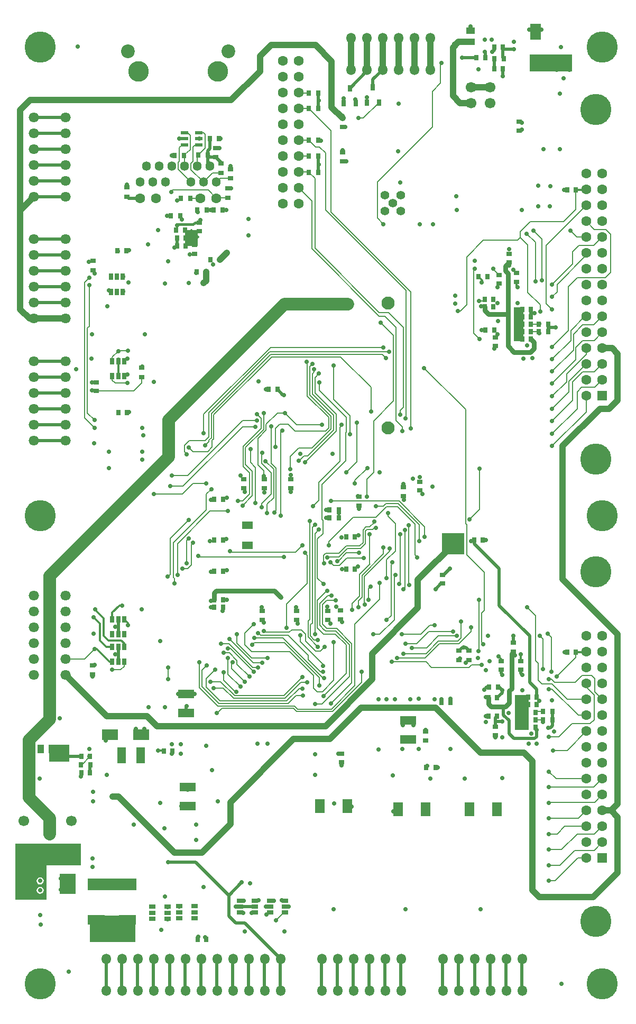
<source format=gbl>
G04 Layer_Physical_Order=4*
G04 Layer_Color=16711680*
%FSLAX44Y44*%
%MOMM*%
G71*
G01*
G75*
%ADD10R,0.8000X0.9000*%
%ADD15R,1.4000X2.6000*%
%ADD30R,0.9000X0.8000*%
%ADD36R,2.6000X1.4000*%
%ADD37R,1.7000X1.2500*%
%ADD40R,1.5000X2.2000*%
%ADD65C,0.2000*%
%ADD66C,1.0000*%
%ADD67C,0.5000*%
%ADD68C,2.0000*%
%ADD69C,0.3000*%
%ADD70C,0.7500*%
%ADD82C,1.7000*%
%ADD83O,1.5000X1.7000*%
%ADD84C,5.0000*%
%ADD85O,1.7000X1.5000*%
%ADD86C,1.6000*%
%ADD87R,1.6000X1.6000*%
%ADD88C,1.4000*%
%ADD89C,2.2000*%
%ADD90C,3.3000*%
%ADD91O,1.4000X1.5000*%
%ADD92C,2.1000*%
%ADD93C,0.7000*%
%ADD94C,0.5000*%
%ADD95R,1.4000X1.1000*%
%ADD96R,1.7000X2.5000*%
%ADD97R,0.6500X1.1000*%
%ADD98R,1.1000X1.4000*%
%ADD99R,2.8000X1.6000*%
%ADD100R,1.1000X0.6500*%
%ADD101R,2.5000X3.3000*%
%ADD102R,2.5000X1.7000*%
%ADD103R,1.2000X0.6000*%
%ADD104C,0.4000*%
%ADD105R,2.1000X2.5000*%
%ADD106R,7.8000X1.9000*%
%ADD107R,7.3000X4.2000*%
%ADD108R,3.3000X2.7000*%
%ADD109R,1.6000X5.5000*%
%ADD110R,2.2000X5.6000*%
%ADD111R,3.6000X3.4000*%
%ADD112R,6.8000X2.8000*%
G36*
X415000Y540000D02*
X360000D01*
Y485000D01*
X310000D01*
Y575000D01*
X415000D01*
Y540000D01*
D02*
G37*
%LPC*%
G36*
X350000Y520608D02*
X347854Y520181D01*
X346035Y518965D01*
X344819Y517146D01*
X344392Y515000D01*
X344819Y512854D01*
X346035Y511035D01*
X347854Y509819D01*
X350000Y509392D01*
X352146Y509819D01*
X353965Y511035D01*
X355181Y512854D01*
X355608Y515000D01*
X355181Y517146D01*
X353965Y518965D01*
X352146Y520181D01*
X350000Y520608D01*
D02*
G37*
G36*
Y505608D02*
X347854Y505181D01*
X346035Y503965D01*
X344819Y502146D01*
X344392Y500000D01*
X344819Y497854D01*
X346035Y496035D01*
X347854Y494819D01*
X350000Y494392D01*
X352146Y494819D01*
X353965Y496035D01*
X355181Y497854D01*
X355608Y500000D01*
X355181Y502146D01*
X353965Y503965D01*
X352146Y505181D01*
X350000Y505608D01*
D02*
G37*
%LPD*%
D10*
X1091000Y1815000D02*
D03*
X1077000D02*
D03*
X1063000Y1833000D02*
D03*
X1049000D02*
D03*
X1077000Y1850000D02*
D03*
X1091000D02*
D03*
X1077380Y1831000D02*
D03*
X1092620D02*
D03*
X643000Y1061000D02*
D03*
X629000D02*
D03*
X643000Y1126000D02*
D03*
X629000D02*
D03*
X840000Y1066000D02*
D03*
X854000D02*
D03*
X840000Y1014000D02*
D03*
X854000D02*
D03*
X716000Y1302000D02*
D03*
X730000D02*
D03*
X475000Y1265000D02*
D03*
X489000D02*
D03*
X474000Y1524000D02*
D03*
X488000D02*
D03*
X1194000Y881000D02*
D03*
X1208000D02*
D03*
X1194000Y1621000D02*
D03*
X1208000D02*
D03*
X1007000Y801000D02*
D03*
X993000D02*
D03*
X643000Y1011000D02*
D03*
X629000D02*
D03*
X602000Y421000D02*
D03*
X616000D02*
D03*
X416000Y688000D02*
D03*
X430000D02*
D03*
X430620Y701000D02*
D03*
X415380D02*
D03*
X416000Y714000D02*
D03*
X430000D02*
D03*
X562000Y723000D02*
D03*
X548000D02*
D03*
X600380Y1490000D02*
D03*
X615620D02*
D03*
X622380Y1509000D02*
D03*
X637620D02*
D03*
X583000Y1531000D02*
D03*
X569000D02*
D03*
X583000Y1544000D02*
D03*
X569000D02*
D03*
X582000Y1557000D02*
D03*
X568000D02*
D03*
X574620Y1580000D02*
D03*
X559380D02*
D03*
X642000Y1589000D02*
D03*
X628000D02*
D03*
X616620Y1589000D02*
D03*
X601380D02*
D03*
X590620Y1608000D02*
D03*
X575380D02*
D03*
X622000Y1703000D02*
D03*
X636000D02*
D03*
X565380Y1676000D02*
D03*
X580620D02*
D03*
X618620Y1677000D02*
D03*
X603380D02*
D03*
X780380Y1776500D02*
D03*
X795620D02*
D03*
X780380Y1751500D02*
D03*
X795620D02*
D03*
Y1700500D02*
D03*
X780380D02*
D03*
Y1675500D02*
D03*
X795620D02*
D03*
X780380Y1649500D02*
D03*
X795620D02*
D03*
X1052000Y1482000D02*
D03*
X1066000D02*
D03*
X1076000Y1446000D02*
D03*
X1062000D02*
D03*
X1076000Y1434000D02*
D03*
X1062000D02*
D03*
X1077000Y1397000D02*
D03*
X1063000D02*
D03*
X1148380Y1394000D02*
D03*
X1163620D02*
D03*
X1148380Y1406000D02*
D03*
X1163620D02*
D03*
X1122000Y1430000D02*
D03*
X1136000D02*
D03*
X1122000Y1418000D02*
D03*
X1136000D02*
D03*
X1122000Y1406000D02*
D03*
X1136000D02*
D03*
X1122000Y1394000D02*
D03*
X1136000D02*
D03*
X1122000Y1382000D02*
D03*
X1136000D02*
D03*
X1059000Y1061000D02*
D03*
X1045000D02*
D03*
X1083000Y825000D02*
D03*
X1069000D02*
D03*
X1082000Y808000D02*
D03*
X1068000D02*
D03*
X1082000Y779000D02*
D03*
X1068000D02*
D03*
X968380Y697000D02*
D03*
X983620D02*
D03*
X1155380Y773000D02*
D03*
X1170620D02*
D03*
X1155380Y786000D02*
D03*
X1170620D02*
D03*
X1131500Y809500D02*
D03*
X1145500D02*
D03*
X1131500Y797500D02*
D03*
X1145500D02*
D03*
X1129000Y785000D02*
D03*
X1143000D02*
D03*
X1129000Y773000D02*
D03*
X1143000D02*
D03*
X1129000Y761000D02*
D03*
X1143000D02*
D03*
X813380Y1096000D02*
D03*
X828620D02*
D03*
Y1109000D02*
D03*
X813380D02*
D03*
X643000Y953000D02*
D03*
X629000D02*
D03*
X643000Y965000D02*
D03*
X629000D02*
D03*
D15*
X480760Y716000D02*
D03*
X511240D02*
D03*
D30*
X834000Y1722000D02*
D03*
Y1736000D02*
D03*
Y1667000D02*
D03*
Y1681000D02*
D03*
X676000Y1144000D02*
D03*
Y1158000D02*
D03*
X751000Y1144000D02*
D03*
Y1158000D02*
D03*
X861000Y1116000D02*
D03*
Y1130000D02*
D03*
X831000Y948000D02*
D03*
Y934000D02*
D03*
X761000Y947000D02*
D03*
Y933000D02*
D03*
X706000Y947000D02*
D03*
Y933000D02*
D03*
X932000Y1131000D02*
D03*
Y1145000D02*
D03*
X958000Y1140000D02*
D03*
Y1154000D02*
D03*
X811000Y947000D02*
D03*
Y933000D02*
D03*
X1117000Y1730000D02*
D03*
Y1716000D02*
D03*
X709000Y1144000D02*
D03*
Y1158000D02*
D03*
X833000Y705000D02*
D03*
Y719000D02*
D03*
X435000Y1507620D02*
D03*
Y1492380D02*
D03*
X489000Y1610380D02*
D03*
Y1625620D02*
D03*
X434000Y846000D02*
D03*
Y860000D02*
D03*
X440000Y1313000D02*
D03*
Y1299000D02*
D03*
X513000Y1321380D02*
D03*
Y1336620D02*
D03*
X597000Y1533000D02*
D03*
Y1519000D02*
D03*
X605000Y1555000D02*
D03*
Y1569000D02*
D03*
X651000Y1608380D02*
D03*
Y1623620D02*
D03*
X655000Y1654000D02*
D03*
Y1640000D02*
D03*
X640000Y1663620D02*
D03*
Y1648380D02*
D03*
X631000Y1688000D02*
D03*
Y1674000D02*
D03*
X1101000Y1519000D02*
D03*
Y1505000D02*
D03*
X1113000Y1474000D02*
D03*
Y1488000D02*
D03*
X1085000Y1471000D02*
D03*
Y1485000D02*
D03*
X1079000Y1385000D02*
D03*
Y1371000D02*
D03*
X994000Y991000D02*
D03*
Y1005000D02*
D03*
X1021000Y883620D02*
D03*
Y868380D02*
D03*
X1037000Y883620D02*
D03*
Y868380D02*
D03*
X1120000Y853000D02*
D03*
Y867000D02*
D03*
X1108000Y896000D02*
D03*
Y882000D02*
D03*
X1088000Y853000D02*
D03*
Y867000D02*
D03*
X1079000Y762000D02*
D03*
Y748000D02*
D03*
X967000Y754000D02*
D03*
Y740000D02*
D03*
D36*
X586000Y665240D02*
D03*
Y634760D02*
D03*
X584000Y783760D02*
D03*
Y814240D02*
D03*
X939000Y772240D02*
D03*
Y741760D02*
D03*
D37*
X681998Y1084000D02*
D03*
Y1052000D02*
D03*
D40*
X798000Y635000D02*
D03*
X842000D02*
D03*
X923000Y630000D02*
D03*
X967000D02*
D03*
X1038000D02*
D03*
X1082000D02*
D03*
D65*
X991000Y1822000D02*
X993000Y1824000D01*
X991000Y1792000D02*
Y1822000D01*
X978000Y1779000D02*
X991000Y1792000D01*
X978000Y1722000D02*
Y1779000D01*
X890000Y1634000D02*
X978000Y1722000D01*
X890000Y1576000D02*
Y1634000D01*
Y1576000D02*
X900000Y1566000D01*
X895000Y1409000D02*
X916000Y1388000D01*
Y1283000D02*
Y1388000D01*
X884000Y1251000D02*
X916000Y1283000D01*
X884000Y1169000D02*
Y1251000D01*
X873000Y1158000D02*
X884000Y1169000D01*
X873000Y1130000D02*
Y1158000D01*
X824000Y1235000D02*
Y1262314D01*
X790000Y1296314D02*
X824000Y1262314D01*
X790000Y1321000D02*
X796000Y1327000D01*
X774000Y1185000D02*
X824000Y1235000D01*
X790000Y1296314D02*
Y1321000D01*
X820000Y1236657D02*
Y1260314D01*
X789000Y1330000D02*
Y1334000D01*
X785757Y1294556D02*
Y1326757D01*
Y1294556D02*
X820000Y1260314D01*
X785757Y1326757D02*
X789000Y1330000D01*
X778672Y1195328D02*
X820000Y1236657D01*
X772521Y1195328D02*
X778672D01*
X765192Y1188000D02*
X772521Y1195328D01*
X764000Y1188000D02*
X765192D01*
X816000Y1238314D02*
Y1258657D01*
X781757Y1292899D02*
X816000Y1258657D01*
X785686Y1208000D02*
X816000Y1238314D01*
X781757Y1338757D02*
X786000Y1343000D01*
X781757Y1292899D02*
Y1338757D01*
X764000Y1208000D02*
X785686D01*
X750500Y1194500D02*
X764000Y1208000D01*
X750500Y1174000D02*
Y1194500D01*
X812000Y1240000D02*
Y1257000D01*
X777757Y1291243D02*
X812000Y1257000D01*
X806985Y1234985D02*
X812000Y1240000D01*
X777000Y1346000D02*
X777757Y1345243D01*
Y1291243D02*
Y1345243D01*
X747000Y1246000D02*
X758015Y1234985D01*
X806985D01*
X727000Y1239000D02*
X734000Y1246000D01*
X747000D01*
X727000Y1210000D02*
Y1239000D01*
X797000Y1300000D02*
X840000Y1257000D01*
X797000Y1300000D02*
Y1313000D01*
X761002Y1244998D02*
X800999D01*
X742000Y1264000D02*
X761002Y1244998D01*
X728000Y1108000D02*
Y1175657D01*
X720000Y1183657D02*
X728000Y1175657D01*
X720000Y1183657D02*
Y1243000D01*
X712000Y1246000D02*
X730000Y1264000D01*
X712000Y1236343D02*
Y1246000D01*
X708000Y1238000D02*
Y1264000D01*
X704000Y1239657D02*
Y1255000D01*
X675000Y1210657D02*
X704000Y1239657D01*
X730000Y1264000D02*
X742000D01*
X699000Y1223343D02*
X712000Y1236343D01*
X699000Y1181000D02*
Y1223343D01*
X697000Y1262000D02*
X704000Y1255000D01*
X831000Y1354000D02*
X880000Y1305000D01*
X618172Y1201828D02*
X625672Y1209328D01*
X720971Y1354000D02*
X831000D01*
X628000Y1261030D02*
X720971Y1354000D01*
X628000Y1222686D02*
Y1261030D01*
X625672Y1220358D02*
X628000Y1222686D01*
X625672Y1209328D02*
Y1220358D01*
X898000Y1358000D02*
X904000Y1352000D01*
X614000Y1212000D02*
X620000Y1218000D01*
X719314Y1358000D02*
X898000D01*
X624000Y1262686D02*
X719314Y1358000D01*
X624000Y1224343D02*
Y1262686D01*
X620000Y1220343D02*
X624000Y1224343D01*
X620000Y1218000D02*
Y1220343D01*
X613828Y1219828D02*
X620000Y1226000D01*
Y1264343D01*
X717657Y1362000D01*
X612000Y1262000D02*
X719000Y1369000D01*
X612000Y1232000D02*
Y1262000D01*
X679000Y1209000D02*
X708000Y1238000D01*
X586000Y1164000D02*
X674000Y1252000D01*
X697000D01*
X579000Y1147000D02*
X674000Y1242000D01*
X695000D01*
X675000Y1178000D02*
Y1210657D01*
X1224600Y825143D02*
Y830800D01*
Y825143D02*
X1237000Y812743D01*
X1143000Y868000D02*
Y940000D01*
X554000Y1002000D02*
X558000Y1006000D01*
Y1063000D01*
X588000Y1093000D01*
X616000Y1134000D02*
X624000Y1142000D01*
X616000Y1109000D02*
Y1134000D01*
X563500Y1056500D02*
X616000Y1109000D01*
X563500Y1000808D02*
Y1056500D01*
X622000Y1107000D02*
X651000D01*
X570000Y1005000D02*
Y1055000D01*
X622000Y1107000D01*
X558000Y1147000D02*
X579000D01*
X561000Y1164000D02*
X586000D01*
X965000Y1336000D02*
X1031500Y1269500D01*
X816000Y1585657D02*
X944000Y1457657D01*
X816000Y1585657D02*
Y1715880D01*
X936000Y1256000D02*
Y1460000D01*
X807000Y1589000D02*
X936000Y1460000D01*
X807000Y1589000D02*
Y1680000D01*
X944000Y1239000D02*
Y1457657D01*
X892657Y1425000D02*
X908000D01*
X790000Y1527657D02*
X892657Y1425000D01*
X790000Y1527657D02*
Y1639880D01*
X893000Y1419000D02*
X902000D01*
X785000Y1527000D02*
X893000Y1419000D01*
X785000Y1527000D02*
Y1603300D01*
X780380Y1751500D02*
X816000Y1715880D01*
X790880Y1690000D02*
X797000D01*
X807000Y1680000D01*
X780380Y1649500D02*
X790000Y1639880D01*
X764000Y1624300D02*
X785000Y1603300D01*
X840000Y1169000D02*
X857000Y1186000D01*
Y1249000D01*
X854000Y1156000D02*
X874000Y1176000D01*
X854000Y1151000D02*
Y1156000D01*
X974000Y924000D02*
X982000D01*
X960000Y910000D02*
X974000Y924000D01*
X929000Y910000D02*
X960000D01*
X894000D02*
X917000Y933000D01*
X883500Y910000D02*
X894000D01*
X619000Y1621000D02*
X632000Y1608000D01*
X632380Y1608380D02*
X651000D01*
X950000Y1037000D02*
Y1086343D01*
X1181000Y746000D02*
X1202000Y767000D01*
X1165000Y746000D02*
X1181000D01*
X1148000Y836000D02*
X1154000Y830000D01*
X1143000Y868000D02*
X1148000Y863000D01*
Y836000D02*
Y863000D01*
X465500Y1353500D02*
X475000Y1363000D01*
X465500Y1347000D02*
Y1353500D01*
X476000Y1364000D02*
X491000D01*
X922343Y1114000D02*
X950000Y1086343D01*
X816000Y1123000D02*
X924657D01*
X966000Y1081657D01*
X957000Y1059000D02*
Y1085000D01*
X923000Y1119000D02*
X957000Y1085000D01*
X904000Y1119000D02*
X923000D01*
X904657Y1114000D02*
X922343D01*
X887657Y1097000D02*
X904657Y1114000D01*
X851000Y1097000D02*
X887657D01*
X812000Y1058000D02*
X851000Y1097000D01*
X812000Y1052000D02*
Y1058000D01*
X888000Y1115000D02*
X900000D01*
X904000Y1119000D01*
X759000Y1041000D02*
X770000Y1052000D01*
X656000Y1041000D02*
X759000D01*
X654000Y1043000D02*
X656000Y1041000D01*
X1154000Y830000D02*
X1170000D01*
X1194600Y805400D01*
X1224600D01*
X1174000Y833000D02*
X1207000D01*
X1169000Y838000D02*
X1174000Y833000D01*
X1165000Y838000D02*
X1169000D01*
X1212000Y780000D02*
X1224600D01*
X1170000Y822000D02*
X1212000Y780000D01*
X1165000Y822000D02*
X1170000D01*
X1207000Y833000D02*
X1218000Y844000D01*
X1044000Y1493000D02*
X1046000Y1495000D01*
X1044000Y1392000D02*
Y1493000D01*
Y1392000D02*
X1054000Y1382000D01*
Y1110000D02*
Y1175000D01*
X1023000Y1427000D02*
X1033000Y1437000D01*
X1115000Y1541000D02*
X1119000Y1545000D01*
X1060000Y1541000D02*
X1115000D01*
X1033000Y1514000D02*
X1060000Y1541000D01*
X1033000Y1437000D02*
Y1514000D01*
X1057000Y897000D02*
Y944000D01*
Y897000D02*
X1060000Y894000D01*
X1143000Y773000D02*
X1155380D01*
X1155000Y786000D02*
X1155500Y786500D01*
X1144000Y786000D02*
X1155000D01*
X1208000Y873000D02*
Y881000D01*
X1177000Y842000D02*
X1208000Y873000D01*
X1218000Y844000D02*
X1233000D01*
X465000Y853000D02*
X479000D01*
X484500Y858500D01*
Y866000D01*
X644000Y836000D02*
X663000Y817000D01*
X633000Y784000D02*
X634000D01*
X641000Y791000D01*
X1208000Y1590000D02*
Y1621000D01*
X1188000Y1570000D02*
X1208000Y1590000D01*
X1135000Y1570000D02*
X1188000D01*
X1119000Y1554000D02*
X1135000Y1570000D01*
X1119000Y1545000D02*
Y1554000D01*
Y1545000D02*
X1131000Y1533000D01*
Y1457000D02*
Y1533000D01*
X692000Y926000D02*
X693000Y927000D01*
X678000Y912000D02*
X692000Y926000D01*
X678000Y893000D02*
Y912000D01*
Y893000D02*
X689000Y882000D01*
X749686D01*
X788000Y843686D01*
Y824000D02*
Y843686D01*
Y824000D02*
X794000Y818000D01*
X802000D01*
X820000Y836000D01*
Y897000D01*
X794000Y920000D02*
X804000Y910000D01*
X822686D01*
X840000Y892686D01*
X798000Y924000D02*
X805000Y917000D01*
X805343D01*
X807343Y915000D01*
X823343D01*
X845000Y893343D01*
Y842000D02*
Y893343D01*
X802000Y926000D02*
X809000Y919000D01*
X825000D01*
X849000Y895000D01*
X840000Y847000D02*
Y892686D01*
X805000Y812000D02*
X840000Y847000D01*
X801000Y798000D02*
X845000Y842000D01*
X849000Y832000D02*
Y895000D01*
X816000Y799000D02*
X849000Y832000D01*
X854000Y926000D02*
X894000Y966000D01*
X854000Y827808D02*
Y926000D01*
X816192Y790000D02*
X854000Y827808D01*
X865000Y833000D02*
Y850000D01*
X818000Y786000D02*
X865000Y833000D01*
X690000Y893000D02*
X693000Y896000D01*
X741343D01*
X708000Y915000D02*
X710000Y913000D01*
X703000Y908000D02*
X746998D01*
X693000Y904000D02*
X739000D01*
X699000Y912000D02*
X703000Y908000D01*
X688657Y872000D02*
X714000D01*
X665000Y895657D02*
X688657Y872000D01*
X665000Y895657D02*
Y910000D01*
X691000Y864000D02*
X706000D01*
X653000Y902000D02*
X691000Y864000D01*
X640000Y895000D02*
X652657D01*
X690657Y857000D01*
X699000D01*
X741343Y896000D02*
X797000Y840343D01*
Y828000D02*
Y840343D01*
X968500Y865500D02*
X977000Y857000D01*
X913500Y865500D02*
X968500D01*
X913000Y866000D02*
X913500Y865500D01*
X977000Y857000D02*
X1037000D01*
X1041000Y861000D01*
X1057000D01*
X591450Y1653650D02*
X611600Y1633500D01*
X591450Y1653650D02*
Y1663542D01*
X594500Y1666592D01*
Y1690000D01*
X598000Y1693500D01*
X604500D01*
X585000Y1680000D02*
X590500Y1685500D01*
Y1708500D01*
X586500Y1712500D02*
X590500Y1708500D01*
X581500Y1712500D02*
X586500D01*
X604500D02*
X611500D01*
X614000Y1710000D01*
Y1687620D02*
Y1710000D01*
X603380Y1677000D02*
X614000Y1687620D01*
X577500Y1693500D02*
X581500D01*
X573000Y1689000D02*
X577500Y1693500D01*
X573000Y1667242D02*
Y1689000D01*
X571150Y1665392D02*
X573000Y1667242D01*
X571150Y1654258D02*
Y1665392D01*
Y1654258D02*
X591300Y1634108D01*
Y1633500D02*
Y1634108D01*
X638400Y1640000D02*
X655000D01*
X631900Y1633500D02*
X638400Y1640000D01*
X611600Y1633500D02*
X626480Y1648380D01*
X640000D01*
X601450Y1658900D02*
Y1675070D01*
X581150Y1658900D02*
Y1675470D01*
X590620Y1608000D02*
X606600D01*
X563000Y1621000D02*
X619000D01*
X560000Y1618000D02*
X563000Y1621000D01*
X880000Y1266000D02*
Y1305000D01*
X1019000Y1427000D02*
X1023000D01*
X1131000Y1457000D02*
X1151000Y1437000D01*
Y1426000D02*
Y1437000D01*
X699000Y1181000D02*
X708500Y1171500D01*
Y1163500D02*
Y1171500D01*
X704500Y1183500D02*
Y1198500D01*
X706000Y1200000D01*
X760343Y786000D02*
X818000D01*
X755343Y791000D02*
X760343Y786000D01*
X641000Y791000D02*
X755343D01*
X643151Y824000D02*
X659651Y807500D01*
X628000Y824000D02*
X643151D01*
X638808Y834000D02*
X661308Y811500D01*
X623000Y834000D02*
X638808D01*
X616000Y839000D02*
X630000Y853000D01*
X616000Y825000D02*
Y839000D01*
X609000Y852000D02*
X617000Y860000D01*
X609000Y826343D02*
Y852000D01*
X565000Y991000D02*
Y999308D01*
X563500Y1000808D02*
X565000Y999308D01*
X532000Y1134000D02*
X578000D01*
X595000Y1151000D02*
X616000D01*
X578000Y1134000D02*
X595000Y1151000D01*
X894000Y966000D02*
Y992000D01*
X762000Y790000D02*
X816192D01*
X757000Y795000D02*
X762000Y790000D01*
X634686Y795000D02*
X757000D01*
X605000Y824686D02*
X634686Y795000D01*
X605000Y824686D02*
Y865000D01*
X592000Y1053000D02*
X595000Y1056000D01*
X592000Y1020808D02*
Y1053000D01*
X586192Y1015000D02*
X592000Y1020808D01*
X578000Y1015000D02*
X586192D01*
X585000Y1060000D02*
X588000Y1063000D01*
X585000Y1023000D02*
Y1060000D01*
X609000Y826343D02*
X636343Y799000D01*
X747000D01*
X760000Y812000D01*
X771000D01*
X616000Y825000D02*
X638000Y803000D01*
X745000D01*
X765000Y823000D01*
X770000D01*
X767000Y898000D02*
X803000Y862000D01*
Y859000D02*
Y862000D01*
X710000Y913000D02*
X749000D01*
X753000Y917000D01*
X768000D01*
X775000Y910000D01*
Y899000D02*
Y910000D01*
Y899000D02*
X791000Y883000D01*
X799000D01*
X806000Y890000D01*
X767000Y898000D02*
Y908000D01*
X922000Y872000D02*
X966657D01*
X989657Y895000D01*
X1020657D01*
X1040000Y914343D01*
Y921000D01*
X932000Y879000D02*
X968000D01*
X988000Y899000D01*
X1019000D01*
X972000Y914000D02*
X1011000D01*
X953000Y895000D02*
X972000Y914000D01*
X988000Y907000D02*
X1017000D01*
X969000Y888000D02*
X988000Y907000D01*
X704500Y1183500D02*
X720000Y1168000D01*
X687000Y1185000D02*
X695000Y1177000D01*
X711000Y1187000D02*
X724000Y1174000D01*
X720000Y1134000D02*
Y1168000D01*
X687000Y1185000D02*
Y1206000D01*
X651000Y887000D02*
X655000D01*
X692000Y850000D01*
X644000Y880000D02*
X653000D01*
X665000Y868000D01*
Y862000D02*
Y868000D01*
Y862000D02*
X685000Y842000D01*
X657000Y855000D02*
Y863000D01*
Y855000D02*
X678000Y834000D01*
X465500Y1316500D02*
Y1323000D01*
Y1316500D02*
X470000Y1312000D01*
X490000D01*
X1136000Y1406000D02*
X1148000D01*
X1053000Y1443000D02*
X1059000D01*
X1076000Y1494000D02*
X1085000Y1485000D01*
X1088000Y867000D02*
Y870500D01*
X417000Y701000D02*
X430000Y714000D01*
X429000Y1403000D02*
Y1469000D01*
X425850Y1399850D02*
X429000Y1403000D01*
X425850Y1264150D02*
Y1399850D01*
Y1264150D02*
X437000Y1253000D01*
X421000Y1473000D02*
X429000Y1481000D01*
X421000Y1256000D02*
Y1473000D01*
Y1256000D02*
X437000Y1240000D01*
X440000Y1299000D02*
X500000D01*
X513000Y1312000D01*
Y1321380D01*
X1211400Y551400D02*
X1224600D01*
X1175000Y515000D02*
X1211400Y551400D01*
X1165000Y515000D02*
X1175000D01*
X1237200Y564000D02*
X1250000Y576800D01*
X1206000Y564000D02*
X1237200D01*
X1182000Y540000D02*
X1206000Y564000D01*
X1165000Y540000D02*
X1182000D01*
X1237800Y590000D02*
X1250000Y602200D01*
X1210000Y590000D02*
X1237800D01*
X1185000Y565000D02*
X1210000Y590000D01*
X1165000Y565000D02*
X1185000D01*
X1190200Y602200D02*
X1224600D01*
X1178000Y590000D02*
X1190200Y602200D01*
X1165000Y590000D02*
X1178000D01*
X1212000Y615000D02*
X1224600Y627600D01*
X1165000Y615000D02*
X1212000D01*
X1238000Y641000D02*
X1250000Y653000D01*
X1166000Y641000D02*
X1238000D01*
X1236600Y665000D02*
X1250000Y678400D01*
X1165000Y665000D02*
X1236600D01*
X1176600Y678400D02*
X1224600D01*
X1165000Y690000D02*
X1176600Y678400D01*
X876000Y965000D02*
Y983000D01*
X879000Y986000D01*
X783000Y907000D02*
Y925000D01*
X786000Y928000D01*
Y1081000D02*
X790000Y1085000D01*
X786000Y928000D02*
Y1059686D01*
Y1066314D02*
Y1081000D01*
X790000Y910000D02*
Y1061343D01*
X786000Y1059686D02*
X786000Y1059686D01*
X786000Y1059686D02*
Y1066314D01*
X786000Y1066314D01*
X790000Y1061343D02*
X790000Y1061343D01*
X790000Y1061343D02*
Y1064657D01*
X790000Y1064657D01*
Y1071000D01*
X796500Y1077500D01*
X779000Y931000D02*
X782000Y934000D01*
Y1091000D01*
X782000Y1091000D02*
X782000Y1091000D01*
X779000Y905343D02*
Y931000D01*
X789000Y901000D02*
X795000D01*
X783000Y907000D02*
X789000Y901000D01*
X774000Y1040000D02*
X778000Y1036000D01*
Y991000D02*
Y1036000D01*
X745000Y958000D02*
X778000Y991000D01*
X745000Y920000D02*
Y958000D01*
X827657Y1027000D02*
X840657Y1040000D01*
X861000D01*
X815000Y1025000D02*
X819904Y1020096D01*
X829096D01*
X841000Y1032000D01*
X868000D01*
X905000Y1000000D02*
Y1029000D01*
X919000Y1043000D01*
Y1087000D01*
X695000Y1120000D02*
Y1177000D01*
X724000Y1128808D02*
Y1174000D01*
X713000Y1104000D02*
Y1117808D01*
X724000Y1128808D01*
X705000Y1119000D02*
X720000Y1134000D01*
X705000Y1113000D02*
Y1119000D01*
X861500Y1005814D02*
X878000Y1022314D01*
X861500Y970657D02*
Y1005814D01*
X850000Y959157D02*
X861500Y970657D01*
X850000Y949000D02*
Y959157D01*
X905000Y933000D02*
X912000Y940000D01*
Y1022000D01*
X925000Y990000D02*
X927000Y992000D01*
Y1070000D01*
X932000Y982000D02*
X934000Y984000D01*
Y1077000D01*
X940000Y1084000D02*
X940500Y1083500D01*
Y989500D02*
X941000Y989000D01*
X940500Y989500D02*
Y1083500D01*
X794000Y920000D02*
Y964000D01*
X809000Y979000D01*
X810000D01*
X798000Y924000D02*
Y959000D01*
X811000Y972000D01*
X817000D01*
X802000Y926000D02*
Y957000D01*
X809000Y964000D01*
X823000D01*
X790000Y798000D02*
X801000D01*
X863000Y1047000D02*
X871000Y1055000D01*
X842000Y1047000D02*
X863000D01*
X828500Y1033500D02*
X842000Y1047000D01*
X809999Y1032999D02*
X810500Y1033500D01*
X828500D01*
X803499Y1024501D02*
X805000Y1023000D01*
X803499Y1024501D02*
Y1035691D01*
X807307Y1039499D01*
X828842D01*
X840343Y1051000D01*
X861343D01*
X867000Y1056657D01*
X779000Y905343D02*
X794343Y890000D01*
X1171000Y724000D02*
X1194000D01*
X1224600Y754600D01*
X1233000Y844000D02*
X1238000Y839000D01*
Y817400D02*
Y839000D01*
Y817400D02*
X1250000Y805400D01*
X1202000Y767000D02*
X1231000D01*
X1237000Y773000D01*
Y812743D01*
X907000Y1099000D02*
Y1104000D01*
Y1099000D02*
X919000Y1087000D01*
X871843Y1081500D02*
X877843D01*
X871000Y1075000D02*
X873500Y1077500D01*
X867000Y1076657D02*
X871843Y1081500D01*
X867000Y1056657D02*
Y1076657D01*
X871000Y1055000D02*
Y1075000D01*
X877500Y1022814D02*
X878000Y1022314D01*
X877500Y1022814D02*
Y1069772D01*
X885000Y1088657D02*
Y1090000D01*
X877843Y1081500D02*
X885000Y1088657D01*
X873500Y1077500D02*
X882500D01*
X885000Y1080000D01*
X888000D01*
X794000Y1000000D02*
X804000Y990000D01*
X794000Y1000000D02*
Y1062000D01*
X803000Y1071000D01*
Y1091808D01*
X801500Y1093308D02*
X803000Y1091808D01*
X801500Y1093308D02*
Y1149500D01*
X603000Y1035000D02*
X604500Y1033500D01*
X740000D01*
X725000Y1105000D02*
X728000Y1108000D01*
X674000Y1116000D02*
X690000Y1132000D01*
Y1171000D01*
X679000Y1182000D02*
X690000Y1171000D01*
X679000Y1182000D02*
Y1209000D01*
X667000Y1123000D02*
X674000D01*
X685000Y1134000D01*
Y1168000D01*
X675000Y1178000D02*
X685000Y1168000D01*
X846000Y1230000D02*
Y1260000D01*
X820000Y1286000D02*
X846000Y1260000D01*
X820000Y1286000D02*
Y1340000D01*
X735000Y1100000D02*
Y1233000D01*
X738000Y1236000D01*
X917000Y1003000D02*
X919000Y1005000D01*
X917000Y933000D02*
Y1003000D01*
X805000Y809000D02*
Y812000D01*
X804000Y811000D02*
X805000Y812000D01*
X787000Y1115000D02*
X796000Y1124000D01*
Y1153000D01*
X830000Y1187000D01*
X801500Y1149500D02*
X839500Y1187500D01*
Y1233192D01*
X840000Y1233692D01*
Y1257000D01*
X830000Y1187000D02*
Y1241000D01*
X834000Y1245000D01*
X869500Y957500D02*
Y1002500D01*
Y957500D02*
X870000Y957000D01*
X869500Y1002500D02*
X910000Y1043000D01*
Y1047000D01*
X860000Y953000D02*
Y963500D01*
X865500Y969000D01*
Y1004157D02*
X900000Y1038657D01*
X865500Y969000D02*
Y1004157D01*
X900000Y1038657D02*
Y1049000D01*
X930000Y1235000D02*
Y1242000D01*
X932000Y1273000D02*
Y1401000D01*
X920000Y1252000D02*
X930000Y1242000D01*
X926999Y1260998D02*
Y1267999D01*
X932000Y1273000D01*
X935000Y1255000D02*
X936000Y1256000D01*
X764200Y1751500D02*
X780380D01*
X764000Y1751300D02*
X769700D01*
X764000Y1700500D02*
X780380D01*
X764000Y1649700D02*
X780180D01*
X780380Y1700500D02*
X790880Y1690000D01*
X764400Y1675500D02*
X780380D01*
X764200Y1776500D02*
X780380D01*
X390400Y870400D02*
X421400D01*
X437000Y886000D01*
X1155000Y854000D02*
Y902000D01*
X1150000Y907000D02*
X1155000Y902000D01*
X1169000Y850000D02*
Y905000D01*
X1163000Y911000D02*
X1169000Y905000D01*
X935000Y895000D02*
X953000D01*
X945000Y888000D02*
X969000D01*
X803000Y840000D02*
X805000D01*
X739000Y904000D02*
X803000Y840000D01*
X798657Y850000D02*
X803000D01*
X778999Y869658D02*
X798657Y850000D01*
X778999Y869658D02*
Y875999D01*
X746998Y908000D02*
X778999Y875999D01*
X651000Y846000D02*
X671000Y826000D01*
X651000Y846000D02*
Y872000D01*
X644000Y836000D02*
Y849000D01*
X661308Y811500D02*
X740500D01*
X770000Y841000D01*
X659651Y807500D02*
X742157D01*
X767657Y833000D01*
X778000D01*
X1170000Y1211034D02*
X1224600Y1265634D01*
Y1291400D01*
X1170000Y1231000D02*
X1210000Y1271000D01*
Y1298000D01*
X1217000Y1305000D01*
X1238200D01*
X1250000Y1316800D01*
X1170000Y1251000D02*
X1203000Y1284000D01*
Y1314000D01*
X1219000Y1330000D01*
X1237800D01*
X1250000Y1342200D01*
X1170000Y1271000D02*
X1197000Y1298000D01*
Y1314600D01*
X1224600Y1342200D01*
X1170000Y1291000D02*
X1193000Y1314000D01*
Y1326156D01*
X1224600Y1357756D01*
Y1367600D01*
X1170000Y1311000D02*
X1208000Y1349000D01*
Y1369000D01*
X1219000Y1380000D01*
X1237000D01*
X1250000Y1393000D01*
X1170000Y1330500D02*
X1204000Y1364500D01*
Y1390000D01*
X1219000Y1405000D01*
X1236600D01*
X1250000Y1418400D01*
X1170000Y1350000D02*
X1200000Y1380000D01*
Y1396000D01*
X1222400Y1418400D01*
X1224600D01*
X1143000Y1475000D02*
Y1537000D01*
X1129000Y1551000D02*
X1143000Y1537000D01*
X1154000Y1476000D02*
Y1542000D01*
X1140000Y1556000D02*
X1154000Y1542000D01*
X740500Y464500D02*
X742000D01*
X728000Y452000D02*
X740500Y464500D01*
X1170000Y1470000D02*
X1203000Y1503000D01*
Y1522000D01*
X1213000Y1532000D01*
X1236600D01*
X1250000Y1545400D01*
X1170000Y1450000D02*
X1178000Y1458000D01*
Y1470000D01*
X1224600Y1516600D01*
Y1520000D01*
X1160500Y1439500D02*
Y1532100D01*
X1224600Y1596200D01*
X1160500Y1439500D02*
X1170000Y1430000D01*
Y1370000D02*
X1196000Y1396000D01*
Y1466000D01*
X1210200Y1480200D01*
X1255200D01*
X1264000Y1489000D01*
Y1550000D01*
X1256000Y1558000D02*
X1264000Y1550000D01*
X1237400Y1558000D02*
X1256000D01*
X1224600Y1570800D02*
X1237400Y1558000D01*
X1136000Y1394000D02*
X1149000D01*
X555000Y838000D02*
Y857000D01*
X588000Y1209000D02*
X595172Y1201828D01*
X618172D01*
X908000Y1425000D02*
X932000Y1401000D01*
X920000Y1252000D02*
Y1401000D01*
X902000Y1419000D02*
X920000Y1401000D01*
X581000Y1202000D02*
X585000Y1198000D01*
X581000Y1202000D02*
Y1212000D01*
X588828Y1219828D01*
X613828D01*
X717657Y1362000D02*
X909000D01*
X719000Y1369000D02*
X900000D01*
X1209600Y1545400D02*
X1224600D01*
X1199000Y1556000D02*
X1209600Y1545400D01*
X1051000Y884000D02*
X1052000Y883000D01*
X1051000Y884000D02*
X1053000Y886000D01*
Y965000D01*
X1024000Y904000D02*
Y930000D01*
X1019000Y899000D02*
X1024000Y904000D01*
X1038000Y1094000D02*
X1054000Y1110000D01*
X1130000Y953000D02*
X1143000Y940000D01*
X950000Y1037000D02*
X954000Y1033000D01*
X966000Y1066000D02*
Y1081657D01*
X1057000Y944000D02*
X1061000Y948000D01*
Y1009000D01*
X1033000Y1037000D02*
X1061000Y1009000D01*
X1033000Y1037000D02*
Y1085500D01*
X1031500Y1087000D02*
X1033000Y1085500D01*
X1031500Y1087000D02*
Y1269500D01*
X860000Y1736000D02*
X867500D01*
X892500Y1761000D01*
D66*
X1022700Y1760300D02*
X1040000D01*
X1011000Y1772000D02*
X1022700Y1760300D01*
X1011000Y1772000D02*
Y1849000D01*
X1020000Y1858000D01*
X1027000D01*
X1275000Y1284000D02*
Y1359000D01*
Y638000D02*
Y910000D01*
X612000Y1472000D02*
X615620Y1475620D01*
Y1490000D01*
X637620Y1509000D02*
X648620Y1520000D01*
X955000Y952000D02*
Y997000D01*
X882000Y838000D02*
Y879000D01*
X807000Y763000D02*
X882000Y838000D01*
X537000Y763000D02*
X807000D01*
X864000Y792000D02*
X983600D01*
X814000Y742000D02*
X864000Y792000D01*
X756000Y742000D02*
X814000D01*
X882000Y879000D02*
X955000Y952000D01*
X318000Y1588400D02*
X339600Y1610000D01*
X318000Y1430000D02*
Y1588400D01*
Y1430000D02*
X333000Y1415000D01*
X339600D01*
X521000Y779000D02*
X537000Y763000D01*
X456400Y779000D02*
X521000D01*
X390400Y845000D02*
X456400Y779000D01*
X466000Y650000D02*
X475000D01*
X565000Y560000D01*
X609000D01*
X655000Y606000D01*
Y641000D01*
X756000Y742000D01*
X983600Y792000D02*
X1055601Y720000D01*
X1125000D01*
X1138000Y707000D01*
Y500000D02*
Y707000D01*
Y500000D02*
X1149000Y489000D01*
X1236000D01*
X1275000Y528000D01*
Y617200D01*
X1264600Y627600D02*
X1275000Y617200D01*
X1250000Y1367600D02*
X1266400D01*
X1275000Y1359000D01*
X1264600Y627600D02*
X1275000Y638000D01*
X1250000Y627600D02*
X1264600D01*
X339600Y1415000D02*
X390400D01*
X955000Y997000D02*
X1017000Y1059000D01*
X1246500Y1270500D02*
X1261500D01*
X1275000Y1284000D01*
X1187000Y998000D02*
X1275000Y910000D01*
X1187000Y998000D02*
Y1211000D01*
X1246500Y1270500D01*
X1027000Y1858000D02*
X1038890D01*
X848000Y1813600D02*
Y1864400D01*
X873400Y1813600D02*
Y1864400D01*
X898800Y1813600D02*
Y1864400D01*
X924200Y1813600D02*
Y1864400D01*
X949600Y1813600D02*
Y1864400D01*
X975000Y1813600D02*
Y1864400D01*
X1040000Y1785700D02*
X1071000D01*
X318000Y1588400D02*
Y1749000D01*
X334000Y1765000D01*
X656000D01*
X702000Y1811000D01*
Y1835000D01*
X720000Y1853000D01*
X791000D01*
X817000Y1827000D01*
Y1753000D02*
Y1827000D01*
Y1753000D02*
X834000Y1736000D01*
D67*
X1134000Y833000D02*
Y907000D01*
Y833000D02*
X1145500Y821500D01*
Y809500D02*
Y821500D01*
X569000Y1531000D02*
Y1544000D01*
X569000Y1531000D02*
X569000Y1531000D01*
X1031620Y889000D02*
X1037000Y883620D01*
X1028000Y889000D02*
X1031620D01*
X1026380D02*
X1028000D01*
X1021000Y883620D02*
X1026380Y889000D01*
X584000Y794000D02*
X585000Y795000D01*
X584000Y783760D02*
Y794000D01*
X1164000Y760000D02*
X1167000D01*
X1170380Y763380D01*
X1170620D01*
X555000Y545000D02*
X599000D01*
X554000D02*
X555000D01*
X599000D02*
X652000Y492000D01*
X1095000Y793314D02*
Y794000D01*
X1092000Y790314D02*
X1095000Y793314D01*
X1092000Y780686D02*
Y790314D01*
Y780686D02*
X1101000Y771686D01*
Y751000D02*
Y771686D01*
Y751000D02*
X1109000Y743000D01*
X1142000D01*
X1145000Y746000D01*
Y757000D01*
X1079000Y770000D02*
Y776000D01*
Y762000D02*
Y770000D01*
X1090000D01*
X1079000Y776000D02*
X1082000Y779000D01*
X339600Y1220000D02*
X390000D01*
X339200D02*
X339600D01*
X1164000Y1401000D02*
X1176380D01*
X1163620Y1394000D02*
Y1401000D01*
X1170620Y773000D02*
Y786000D01*
Y763380D02*
Y773000D01*
X1061000Y821000D02*
X1065000Y825000D01*
X1069000D01*
X1090000Y816000D02*
Y820000D01*
X1082000Y808000D02*
X1090000Y816000D01*
X1085000Y825000D02*
X1090000Y820000D01*
X1083000Y825000D02*
X1085000D01*
X1120000Y847500D02*
X1122500Y845000D01*
X1120000Y847500D02*
Y853000D01*
X1088000Y847000D02*
X1090000Y845000D01*
X1088000Y847000D02*
Y853000D01*
X1108000Y896000D02*
Y907000D01*
X734600Y339800D02*
Y390600D01*
X652000Y492000D02*
X673000Y513000D01*
X652000Y459000D02*
Y492000D01*
Y459000D02*
X663000Y448000D01*
X677400D01*
X735000Y390400D01*
X1136000Y1418000D02*
Y1430000D01*
X1121600Y339800D02*
Y390600D01*
X1096200Y339800D02*
Y390600D01*
X1070800Y339800D02*
Y390600D01*
X1045800Y339600D02*
Y390400D01*
X1020000Y339800D02*
Y390600D01*
X994600Y339800D02*
Y390600D01*
X927600Y339800D02*
Y390600D01*
X902200Y339800D02*
Y390600D01*
X876800Y339800D02*
Y390600D01*
X851400Y339800D02*
Y390600D01*
X826000Y339800D02*
Y390600D01*
X800600Y337200D02*
Y388000D01*
X709200Y339800D02*
Y390600D01*
X683800Y339800D02*
Y390600D01*
X658400Y339800D02*
Y390600D01*
X633000Y339800D02*
Y390600D01*
X607600Y339800D02*
Y390600D01*
X582200Y339800D02*
Y390600D01*
X557200Y339600D02*
Y390400D01*
X531400Y339800D02*
Y390600D01*
X506000Y339800D02*
Y390600D01*
X480600Y339800D02*
Y390600D01*
X455600Y339200D02*
Y390000D01*
X339200Y1245400D02*
X390000D01*
X339200Y1270800D02*
X390000D01*
X339200Y1296200D02*
X390000D01*
X339200Y1321600D02*
X390000D01*
X339200Y1347000D02*
X390000D01*
X622310Y1589000D02*
X628000D01*
X616620D02*
X622310D01*
X622000Y1687000D02*
Y1703000D01*
X618620Y1683620D02*
X622000Y1687000D01*
X618620Y1677000D02*
Y1683620D01*
Y1677000D02*
X621620Y1674000D01*
X631000D01*
X640000Y1665000D01*
Y1663620D02*
Y1665000D01*
X618620Y1662030D02*
Y1677000D01*
Y1662030D02*
X621750Y1658900D01*
X491380Y1608000D02*
X510000D01*
X396000Y714000D02*
X416000D01*
X430000Y688000D02*
Y700380D01*
X475000Y866000D02*
Y890000D01*
Y910000D02*
Y934000D01*
X730000Y1302000D02*
X739000Y1293000D01*
X795620Y1649500D02*
Y1675500D01*
Y1751500D02*
Y1776500D01*
X992000Y991000D02*
X994000D01*
X983000Y982000D02*
X992000Y991000D01*
X994000Y1005000D02*
X996000D01*
X1006000Y1015000D01*
X670000Y474000D02*
X694000D01*
X339600Y1737000D02*
X390400D01*
X339600Y1711600D02*
X390400D01*
X339600Y1686200D02*
X390400D01*
X339600Y1660800D02*
X390400D01*
X339600Y1635400D02*
X390400D01*
X339600Y1610000D02*
X390400D01*
X339600Y1542000D02*
X390400D01*
X339600Y1516600D02*
X390400D01*
X339600Y1491200D02*
X390400D01*
X339600Y1465800D02*
X390400D01*
X339600Y1440400D02*
X390400D01*
X1085000Y956000D02*
X1134000Y907000D01*
X1085000Y956000D02*
Y1015000D01*
X1045000Y1055000D02*
X1085000Y1015000D01*
X1045000Y1055000D02*
Y1061000D01*
X1077000Y1815000D02*
Y1830620D01*
X1092000Y1846000D02*
X1109000D01*
X1091000Y1832620D02*
Y1850000D01*
X1091000Y1805000D02*
Y1815000D01*
X1026000Y1833000D02*
X1049000D01*
X1063000Y1833000D02*
Y1841000D01*
X1062000Y1842000D02*
X1063000Y1841000D01*
X1077000Y1845000D02*
Y1850000D01*
X1074000Y1842000D02*
X1077000Y1845000D01*
X846000Y1784000D02*
X873400Y1811400D01*
X883000Y1785000D02*
Y1797800D01*
X898800Y1813600D01*
D68*
X332000Y648000D02*
X365000Y615000D01*
X332000Y648000D02*
Y741000D01*
X365000Y774000D01*
Y1003000D01*
X741000Y1438000D02*
X843000D01*
X556000Y1253000D02*
X741000Y1438000D01*
X556000Y1194000D02*
Y1253000D01*
X365000Y1003000D02*
X556000Y1194000D01*
X365000Y590000D02*
Y615000D01*
D69*
X569000Y1564000D02*
X571000Y1566000D01*
X1113000Y1467000D02*
Y1474000D01*
X475000Y1347000D02*
Y1349000D01*
Y1323000D02*
Y1347000D01*
X1084000Y874500D02*
X1088000Y870500D01*
X1120000Y867000D02*
X1120000Y867000D01*
Y878000D01*
X1052000Y1482000D02*
X1058000Y1476000D01*
X1057000Y1475000D02*
X1058000Y1476000D01*
X1057000Y1473000D02*
Y1475000D01*
X1208000Y881000D02*
X1224000D01*
X1208000Y1621000D02*
X1224000D01*
X538500Y723500D02*
X547500D01*
X465500Y934000D02*
Y944500D01*
X477000Y956000D01*
X481000D01*
X484500Y934000D02*
X491000Y927500D01*
Y924000D02*
Y927500D01*
X484500Y890000D02*
Y895500D01*
X480000Y900000D02*
X484500Y895500D01*
X459000Y900000D02*
X480000D01*
X452000Y907000D02*
X459000Y900000D01*
X452000Y907000D02*
Y935000D01*
X437000Y950000D02*
X452000Y935000D01*
X456000Y890000D02*
X465500D01*
X446000Y900000D02*
X456000Y890000D01*
X446000Y900000D02*
Y927000D01*
X436000Y937000D02*
X446000Y927000D01*
X461000Y866000D02*
X465500D01*
X441000Y886000D02*
X461000Y866000D01*
X437000Y886000D02*
X441000D01*
D70*
X1095000Y794000D02*
X1101000Y800000D01*
X1072000Y794000D02*
X1095000D01*
X1068000Y798000D02*
X1072000Y794000D01*
X1068000Y798000D02*
Y808000D01*
X1105000Y879000D02*
X1108000Y882000D01*
X1105000Y823000D02*
Y879000D01*
X1101000Y800000D02*
Y819000D01*
X1105000Y823000D01*
X725000Y979000D02*
X735000Y969000D01*
X632000Y979000D02*
X725000D01*
X629000Y976000D02*
X632000Y979000D01*
X629000Y965000D02*
Y976000D01*
X1136000Y1382000D02*
X1141000Y1377000D01*
Y1367000D02*
Y1377000D01*
X1135000Y1361000D02*
X1141000Y1367000D01*
X1109000Y1361000D02*
X1135000D01*
X1099000Y1371000D02*
X1109000Y1361000D01*
X1099000Y1371000D02*
Y1422000D01*
X1095000Y1499000D02*
X1101000Y1505000D01*
X1095000Y1491632D02*
Y1499000D01*
Y1491632D02*
X1099000Y1487632D01*
Y1422000D02*
Y1487632D01*
X1068000Y1422000D02*
X1099000D01*
X1062000Y1428000D02*
X1068000Y1422000D01*
X1062000Y1428000D02*
Y1434000D01*
D82*
X1071000Y1785700D02*
D03*
Y1760300D02*
D03*
X1040000Y1785700D02*
D03*
Y1760300D02*
D03*
X400400Y560000D02*
D03*
Y610800D02*
D03*
X324200Y560000D02*
D03*
Y610800D02*
D03*
D83*
X898800Y1864400D02*
D03*
X924200D02*
D03*
X949600D02*
D03*
X975000D02*
D03*
Y1813600D02*
D03*
X949600D02*
D03*
X924200D02*
D03*
X898800D02*
D03*
X873400Y1864400D02*
D03*
X848000D02*
D03*
X873400Y1813600D02*
D03*
X848000D02*
D03*
X1071200Y339600D02*
D03*
X1045800D02*
D03*
X1020400D02*
D03*
X995000D02*
D03*
Y390400D02*
D03*
X1020400D02*
D03*
X1045800D02*
D03*
X1071200D02*
D03*
X1096600Y339600D02*
D03*
X1122000D02*
D03*
X1096600Y390400D02*
D03*
X1122000D02*
D03*
X877200Y339600D02*
D03*
X851800D02*
D03*
X826400D02*
D03*
X801000D02*
D03*
Y390400D02*
D03*
X826400D02*
D03*
X851800D02*
D03*
X877200D02*
D03*
X902600Y339600D02*
D03*
X928000D02*
D03*
X902600Y390400D02*
D03*
X928000D02*
D03*
X735000D02*
D03*
X709600D02*
D03*
X735000Y339600D02*
D03*
X709600D02*
D03*
X684200Y390400D02*
D03*
X658800D02*
D03*
X633400D02*
D03*
X608000D02*
D03*
X582600D02*
D03*
X557200D02*
D03*
X531800D02*
D03*
X506400D02*
D03*
X481000D02*
D03*
X455600D02*
D03*
Y339600D02*
D03*
X481000D02*
D03*
X506400D02*
D03*
X531800D02*
D03*
X557200D02*
D03*
X582600D02*
D03*
X608000D02*
D03*
X633400D02*
D03*
X658800D02*
D03*
X684200D02*
D03*
D84*
X350000Y1100000D02*
D03*
X1250000D02*
D03*
X1240000Y1190000D02*
D03*
X350000Y1850000D02*
D03*
Y350000D02*
D03*
X1250000Y1850000D02*
D03*
X1240000Y1750000D02*
D03*
Y1010000D02*
D03*
Y450000D02*
D03*
X1250000Y350000D02*
D03*
D85*
X339600Y895800D02*
D03*
Y921200D02*
D03*
Y946600D02*
D03*
Y972000D02*
D03*
X390400D02*
D03*
Y946600D02*
D03*
Y921200D02*
D03*
Y895800D02*
D03*
X339600Y870400D02*
D03*
Y845000D02*
D03*
X390400Y870400D02*
D03*
Y845000D02*
D03*
X339600Y1660800D02*
D03*
Y1686200D02*
D03*
Y1711600D02*
D03*
Y1737000D02*
D03*
X390400D02*
D03*
Y1711600D02*
D03*
Y1686200D02*
D03*
Y1660800D02*
D03*
X339600Y1635400D02*
D03*
Y1610000D02*
D03*
X390400Y1635400D02*
D03*
Y1610000D02*
D03*
X339600Y1270800D02*
D03*
Y1296200D02*
D03*
Y1321600D02*
D03*
Y1347000D02*
D03*
X390400D02*
D03*
Y1321600D02*
D03*
Y1296200D02*
D03*
Y1270800D02*
D03*
X339600Y1245400D02*
D03*
Y1220000D02*
D03*
X390400Y1245400D02*
D03*
Y1220000D02*
D03*
X339600Y1465800D02*
D03*
Y1491200D02*
D03*
Y1516600D02*
D03*
Y1542000D02*
D03*
X390400D02*
D03*
Y1516600D02*
D03*
Y1491200D02*
D03*
Y1465800D02*
D03*
X339600Y1440400D02*
D03*
Y1415000D02*
D03*
X390400Y1440400D02*
D03*
Y1415000D02*
D03*
D86*
X1224600Y703800D02*
D03*
Y754600D02*
D03*
Y729200D02*
D03*
Y780000D02*
D03*
Y678400D02*
D03*
Y653000D02*
D03*
Y627600D02*
D03*
Y602200D02*
D03*
Y576800D02*
D03*
Y551400D02*
D03*
X1250000Y576800D02*
D03*
Y602200D02*
D03*
Y627600D02*
D03*
Y653000D02*
D03*
Y678400D02*
D03*
Y703800D02*
D03*
Y729200D02*
D03*
Y754600D02*
D03*
Y780000D02*
D03*
Y907000D02*
D03*
Y881600D02*
D03*
Y856200D02*
D03*
Y830800D02*
D03*
Y805400D02*
D03*
X1224600D02*
D03*
Y830800D02*
D03*
Y856200D02*
D03*
Y881600D02*
D03*
Y907000D02*
D03*
Y1443800D02*
D03*
Y1494600D02*
D03*
Y1469200D02*
D03*
Y1520000D02*
D03*
Y1418400D02*
D03*
Y1393000D02*
D03*
Y1367600D02*
D03*
Y1342200D02*
D03*
Y1316800D02*
D03*
Y1291400D02*
D03*
X1250000Y1316800D02*
D03*
Y1342200D02*
D03*
Y1367600D02*
D03*
Y1393000D02*
D03*
Y1418400D02*
D03*
Y1443800D02*
D03*
Y1469200D02*
D03*
Y1494600D02*
D03*
Y1520000D02*
D03*
Y1647000D02*
D03*
Y1621600D02*
D03*
Y1596200D02*
D03*
Y1570800D02*
D03*
Y1545400D02*
D03*
X1224600D02*
D03*
Y1570800D02*
D03*
Y1596200D02*
D03*
Y1621600D02*
D03*
Y1647000D02*
D03*
X632000Y1608000D02*
D03*
X606600D02*
D03*
X510000D02*
D03*
X535400D02*
D03*
X764000Y1827500D02*
D03*
Y1802100D02*
D03*
Y1776700D02*
D03*
Y1751300D02*
D03*
Y1725900D02*
D03*
Y1700500D02*
D03*
Y1675100D02*
D03*
Y1649700D02*
D03*
Y1624300D02*
D03*
Y1598900D02*
D03*
X738600D02*
D03*
Y1624300D02*
D03*
Y1649700D02*
D03*
Y1675100D02*
D03*
Y1700500D02*
D03*
Y1725900D02*
D03*
Y1827500D02*
D03*
Y1776700D02*
D03*
Y1802100D02*
D03*
Y1751300D02*
D03*
D87*
X1250000Y551400D02*
D03*
Y1291400D02*
D03*
D88*
X914700Y1600000D02*
D03*
X927400Y1587300D02*
D03*
X902000D02*
D03*
X927400Y1612700D02*
D03*
X902000D02*
D03*
D89*
X490350Y1843000D02*
D03*
X651650D02*
D03*
D90*
X507500Y1811200D02*
D03*
X634500D02*
D03*
D91*
X520250Y1658900D02*
D03*
X540550D02*
D03*
X560850D02*
D03*
X581150D02*
D03*
X601450D02*
D03*
X621750D02*
D03*
X631900Y1633500D02*
D03*
X611600D02*
D03*
X591300D02*
D03*
X550700D02*
D03*
X530400D02*
D03*
X510100D02*
D03*
D92*
X907500Y1240000D02*
D03*
Y1440000D02*
D03*
D93*
X1013000Y1855000D02*
D03*
X993000Y1824000D02*
D03*
X900000Y1566000D02*
D03*
X895000Y1409000D02*
D03*
X873000Y1130000D02*
D03*
X796000Y1327000D02*
D03*
X774000Y1185000D02*
D03*
X789000Y1334000D02*
D03*
X764000Y1188000D02*
D03*
X786000Y1343000D02*
D03*
X750500Y1174000D02*
D03*
X777000Y1346000D02*
D03*
X727000Y1210000D02*
D03*
X797000Y1313000D02*
D03*
X800999Y1244998D02*
D03*
X720000Y1243000D02*
D03*
X708000Y1264000D02*
D03*
X742000D02*
D03*
X697000Y1262000D02*
D03*
Y1252000D02*
D03*
X695000Y1242000D02*
D03*
X824000Y1438000D02*
D03*
X365000Y609000D02*
D03*
X349000Y679000D02*
D03*
X844000Y1438000D02*
D03*
X365000Y590000D02*
D03*
X554000Y1002000D02*
D03*
X588000Y1093000D02*
D03*
X558000Y1147000D02*
D03*
X561000Y1164000D02*
D03*
X532000Y1134000D02*
D03*
X1054000Y1382000D02*
D03*
Y1175000D02*
D03*
X965000Y1336000D02*
D03*
X648620Y1520000D02*
D03*
X627000Y1502000D02*
D03*
X1070000Y867000D02*
D03*
X857000Y1249000D02*
D03*
X840000Y1169000D02*
D03*
X854000Y1151000D02*
D03*
X982000Y924000D02*
D03*
X929000Y910000D02*
D03*
X1028000Y889000D02*
D03*
X883500Y910000D02*
D03*
X605000Y1703000D02*
D03*
X585000Y795000D02*
D03*
X429000Y714000D02*
D03*
X458000Y1435000D02*
D03*
X428000Y1506000D02*
D03*
X550000Y1471000D02*
D03*
X555000Y1507000D02*
D03*
X1173000Y754000D02*
D03*
X1164000Y760000D02*
D03*
X1165000Y746000D02*
D03*
X555000Y545000D02*
D03*
X612000Y505000D02*
D03*
X537000Y763000D02*
D03*
X634620Y642380D02*
D03*
X466000Y650000D02*
D03*
X1132000Y735000D02*
D03*
X408000Y1334000D02*
D03*
X888000Y1115000D02*
D03*
X812000Y1052000D02*
D03*
X770000D02*
D03*
X1038000Y1094000D02*
D03*
X1046000Y1495000D02*
D03*
X1060000Y894000D02*
D03*
X1067000Y907000D02*
D03*
X1124000Y1351000D02*
D03*
X1138000Y1352000D02*
D03*
X1176000Y1401000D02*
D03*
X943000Y806000D02*
D03*
X1145000Y735000D02*
D03*
X1100000Y784000D02*
D03*
X1108000Y907000D02*
D03*
X1177000Y842000D02*
D03*
X597000Y814000D02*
D03*
X571000D02*
D03*
X550000Y793000D02*
D03*
X524000D02*
D03*
X549000Y599000D02*
D03*
X673000Y513000D02*
D03*
X686500Y511500D02*
D03*
X633000Y784000D02*
D03*
X735000Y969000D02*
D03*
X861000Y1111000D02*
D03*
X894000Y1169000D02*
D03*
X1142000Y1424000D02*
D03*
X1101000Y1526000D02*
D03*
X1083000Y1411000D02*
D03*
X714000Y735000D02*
D03*
X698000D02*
D03*
X833000Y700000D02*
D03*
X1046000Y1508000D02*
D03*
X1182000Y1686000D02*
D03*
X1156000Y1686000D02*
D03*
X1167000Y1627000D02*
D03*
X1148000Y1628000D02*
D03*
X1166000Y1595000D02*
D03*
X1148000D02*
D03*
X796000Y1764000D02*
D03*
Y1662000D02*
D03*
X656000Y1624000D02*
D03*
X684000Y1548000D02*
D03*
Y1575000D02*
D03*
X682000Y1051000D02*
D03*
Y1087000D02*
D03*
X625000Y692000D02*
D03*
X586000Y661000D02*
D03*
X596000Y635000D02*
D03*
X576000D02*
D03*
X542000Y640000D02*
D03*
X692000Y926000D02*
D03*
X820000Y897000D02*
D03*
X865000Y850000D02*
D03*
X690000Y893000D02*
D03*
X708000Y915000D02*
D03*
X797000Y828000D02*
D03*
X913000Y866000D02*
D03*
X1057000Y861000D02*
D03*
X1051000Y872000D02*
D03*
X561000Y1676000D02*
D03*
X639000Y1703000D02*
D03*
X573000D02*
D03*
X637000Y1688000D02*
D03*
X655000Y1659000D02*
D03*
X489000Y1630000D02*
D03*
X648000Y1589000D02*
D03*
X622310Y1589000D02*
D03*
X602000Y1586000D02*
D03*
X569000Y1604000D02*
D03*
X560000Y1618000D02*
D03*
X553000Y1580000D02*
D03*
X539000Y1557000D02*
D03*
X523000Y1534000D02*
D03*
X550000Y490000D02*
D03*
X614000Y425000D02*
D03*
X993000Y806000D02*
D03*
X982000D02*
D03*
X1052000Y883000D02*
D03*
X816000Y1123000D02*
D03*
X880000Y1266000D02*
D03*
X1019000Y1427000D02*
D03*
X1151000Y1426000D02*
D03*
X706000Y1200000D02*
D03*
X628000Y824000D02*
D03*
X623000Y834000D02*
D03*
X565000Y991000D02*
D03*
X624000Y1142000D02*
D03*
X616000Y1151000D02*
D03*
X623250Y1125250D02*
D03*
X605000Y865000D02*
D03*
X570000Y1005000D02*
D03*
X651000Y1107000D02*
D03*
X585000Y1023000D02*
D03*
X578000Y1015000D02*
D03*
X617000Y860000D02*
D03*
X630000Y853000D02*
D03*
X771000Y812000D02*
D03*
X803000Y859000D02*
D03*
X770000Y823000D02*
D03*
X922000Y872000D02*
D03*
X932000Y879000D02*
D03*
X1040000Y921000D02*
D03*
X1011000Y914000D02*
D03*
X1017000Y907000D02*
D03*
X711000Y1187000D02*
D03*
X687000Y1206000D02*
D03*
X600000Y1488000D02*
D03*
X612000Y1472000D02*
D03*
X588000D02*
D03*
X665000Y910000D02*
D03*
X653000Y902000D02*
D03*
X640000Y895000D02*
D03*
X714000Y872000D02*
D03*
X706000Y864000D02*
D03*
X699000Y857000D02*
D03*
X651000Y887000D02*
D03*
X644000Y880000D02*
D03*
X651000Y872000D02*
D03*
X658000Y865000D02*
D03*
X692000Y850000D02*
D03*
X685000Y842000D02*
D03*
X678000Y834000D02*
D03*
X671000Y826000D02*
D03*
X664000Y818000D02*
D03*
X745000Y920000D02*
D03*
X490000Y1312000D02*
D03*
Y1326000D02*
D03*
Y1351000D02*
D03*
X475000Y1349000D02*
D03*
X433250Y1313250D02*
D03*
X432350Y1351350D02*
D03*
X491000Y1364000D02*
D03*
X475000Y1363000D02*
D03*
X554000Y454000D02*
D03*
Y464000D02*
D03*
X530000D02*
D03*
X554000Y473000D02*
D03*
X531000Y474000D02*
D03*
X603500Y425500D02*
D03*
X544000Y437000D02*
D03*
X597000Y475000D02*
D03*
Y455000D02*
D03*
X573000Y474000D02*
D03*
Y455000D02*
D03*
X597000Y465000D02*
D03*
X573000D02*
D03*
X435000Y642000D02*
D03*
Y658000D02*
D03*
X500000Y605000D02*
D03*
X468000Y514000D02*
D03*
X450000D02*
D03*
X431000D02*
D03*
X499000Y425000D02*
D03*
X485000D02*
D03*
X470000D02*
D03*
X455000D02*
D03*
X439000D02*
D03*
X434000Y537000D02*
D03*
Y551000D02*
D03*
X383000Y501000D02*
D03*
Y519000D02*
D03*
X351000Y445000D02*
D03*
X350000Y460000D02*
D03*
Y500000D02*
D03*
Y515000D02*
D03*
X1149000Y803000D02*
D03*
X1145000Y757000D02*
D03*
X1064000Y852000D02*
D03*
X1061000Y821000D02*
D03*
X1064000Y809000D02*
D03*
Y779000D02*
D03*
Y769000D02*
D03*
X1137000Y751000D02*
D03*
X1090000Y745000D02*
D03*
X1079000D02*
D03*
X607000Y1573000D02*
D03*
X577000Y1574000D02*
D03*
X589500Y1517500D02*
D03*
X565000Y1529000D02*
D03*
X569000Y1564000D02*
D03*
X1084000Y874500D02*
D03*
X1120000Y878000D02*
D03*
X1110500Y876000D02*
D03*
X1154880Y769500D02*
D03*
X1155000Y786000D02*
D03*
X1066000Y1483000D02*
D03*
X1076000Y1495000D02*
D03*
X1101000Y1500000D02*
D03*
X1107500Y1493500D02*
D03*
X1090000Y845000D02*
D03*
X1122500D02*
D03*
X1090000Y770000D02*
D03*
X1122500D02*
D03*
X1090000Y820000D02*
D03*
X1122500D02*
D03*
Y795000D02*
D03*
X1115000Y1415000D02*
D03*
Y1440000D02*
D03*
X1082500D02*
D03*
X1115000Y1390000D02*
D03*
X1082500D02*
D03*
X1115000Y1465000D02*
D03*
X1082500D02*
D03*
X1077000Y1367000D02*
D03*
X1130000Y1372000D02*
D03*
X1149000Y1407000D02*
D03*
X1057000Y1397000D02*
D03*
X1056500Y1434500D02*
D03*
X1053000Y1443000D02*
D03*
X1057000Y1473000D02*
D03*
X1138000Y1379000D02*
D03*
X1189000Y1621000D02*
D03*
X1190000Y881000D02*
D03*
X381000Y775000D02*
D03*
X349000Y726000D02*
D03*
X389000Y730000D02*
D03*
Y710000D02*
D03*
X429000Y726000D02*
D03*
X415000Y682000D02*
D03*
X457000Y685000D02*
D03*
X483000Y725000D02*
D03*
X484000Y707000D02*
D03*
X455000Y740000D02*
D03*
X468000Y745000D02*
D03*
X511000Y722000D02*
D03*
Y709000D02*
D03*
X503000Y758000D02*
D03*
X517000D02*
D03*
X538500Y723500D02*
D03*
X616000Y731000D02*
D03*
X561000Y734000D02*
D03*
X575000D02*
D03*
X561000Y719000D02*
D03*
X575000D02*
D03*
X432900Y1389800D02*
D03*
X517900D02*
D03*
X436350Y1215350D02*
D03*
X513350Y1189350D02*
D03*
Y1202350D02*
D03*
Y1240350D02*
D03*
X460000Y1176000D02*
D03*
X460350Y1202350D02*
D03*
X429000Y1469000D02*
D03*
Y1481000D02*
D03*
X437000Y1253000D02*
D03*
Y1240000D02*
D03*
X433250Y1300250D02*
D03*
X513250Y1338250D02*
D03*
X460250Y1460250D02*
D03*
X473250Y1458250D02*
D03*
X483250D02*
D03*
X491250Y1473250D02*
D03*
X463250Y1481250D02*
D03*
X473250Y1482250D02*
D03*
X483250D02*
D03*
X492250Y1524250D02*
D03*
X474250Y1523250D02*
D03*
X492250Y1265250D02*
D03*
X475250D02*
D03*
X649250Y1128250D02*
D03*
X648250Y1062250D02*
D03*
X622250Y1059250D02*
D03*
X649250Y1012250D02*
D03*
X623250Y1010250D02*
D03*
Y963250D02*
D03*
Y953250D02*
D03*
X649250Y965250D02*
D03*
X642250Y947250D02*
D03*
X708250Y928250D02*
D03*
X705250Y953250D02*
D03*
X760250D02*
D03*
X762250Y927250D02*
D03*
X833250Y929250D02*
D03*
X815250Y927250D02*
D03*
X810000Y954000D02*
D03*
X859250Y1018250D02*
D03*
X833250Y1014250D02*
D03*
X833000Y1065000D02*
D03*
X859000Y1131000D02*
D03*
X751000Y1165000D02*
D03*
Y1138000D02*
D03*
X708500Y1163500D02*
D03*
X709000Y1137000D02*
D03*
X671000Y1164000D02*
D03*
X678000Y1138000D02*
D03*
X1055000Y470000D02*
D03*
X935000D02*
D03*
X820000D02*
D03*
X790000Y685000D02*
D03*
Y718000D02*
D03*
X800000Y632000D02*
D03*
X821000Y639000D02*
D03*
X849000Y634000D02*
D03*
X892000Y725000D02*
D03*
X930000Y726000D02*
D03*
X956000D02*
D03*
X1007000D02*
D03*
X916000Y626000D02*
D03*
X964000D02*
D03*
X915000Y684000D02*
D03*
X975000Y679000D02*
D03*
X1030000D02*
D03*
X1090000Y680000D02*
D03*
X930000Y740000D02*
D03*
X948000D02*
D03*
X931000Y764000D02*
D03*
X948000D02*
D03*
X987000Y697000D02*
D03*
X970000Y699000D02*
D03*
X967000Y757000D02*
D03*
Y740000D02*
D03*
X892000Y806000D02*
D03*
X905000D02*
D03*
X1007000Y807000D02*
D03*
X956000D02*
D03*
X1041000Y627000D02*
D03*
X1080000D02*
D03*
X1165000Y515000D02*
D03*
Y540000D02*
D03*
Y565000D02*
D03*
Y590000D02*
D03*
Y615000D02*
D03*
Y640000D02*
D03*
Y665000D02*
D03*
Y690000D02*
D03*
X436000Y911000D02*
D03*
X470000Y878000D02*
D03*
X513000Y950000D02*
D03*
X491000Y924000D02*
D03*
X481000Y956000D02*
D03*
X465000Y910000D02*
D03*
X485000D02*
D03*
X470000Y922000D02*
D03*
X438000Y950000D02*
D03*
X436000Y937000D02*
D03*
X437000Y861000D02*
D03*
X434000Y842000D02*
D03*
X437000Y886000D02*
D03*
X542000Y899000D02*
D03*
X532000Y1314000D02*
D03*
X515000Y1228000D02*
D03*
X603000Y1035000D02*
D03*
X767000Y1199000D02*
D03*
X818000D02*
D03*
X824000Y954000D02*
D03*
X876000Y965000D02*
D03*
X879000Y986000D02*
D03*
X894000Y992000D02*
D03*
X905000Y1000000D02*
D03*
X958000Y1161000D02*
D03*
X933000Y1125000D02*
D03*
X978000Y1146000D02*
D03*
X932000Y1150000D02*
D03*
X947000Y1159000D02*
D03*
X874000Y1176000D02*
D03*
X828500Y1103500D02*
D03*
X808000Y1096000D02*
D03*
Y1109000D02*
D03*
X790000Y910000D02*
D03*
Y1085000D02*
D03*
X796500Y1077500D02*
D03*
X782000Y1091000D02*
D03*
X795000Y901000D02*
D03*
X774000Y1040000D02*
D03*
X826000Y1027000D02*
D03*
X861000Y1040000D02*
D03*
X815000Y1025000D02*
D03*
X868000Y1032000D02*
D03*
X804000Y990000D02*
D03*
X695000Y1120000D02*
D03*
X713000Y1104000D02*
D03*
X705000Y1113000D02*
D03*
X962000Y1134000D02*
D03*
X850000Y949000D02*
D03*
X905000Y933000D02*
D03*
X914000Y1025000D02*
D03*
X925000Y990000D02*
D03*
X927000Y1070000D02*
D03*
X932000Y982000D02*
D03*
X934000Y1077000D02*
D03*
X941000Y989000D02*
D03*
X940000Y1084000D02*
D03*
X1032000Y864000D02*
D03*
X1022000Y871000D02*
D03*
X693000Y904000D02*
D03*
X699000Y912000D02*
D03*
X918000Y806000D02*
D03*
X810000Y979000D02*
D03*
X817000Y972000D02*
D03*
X823000Y964000D02*
D03*
X816000Y799000D02*
D03*
X790000Y798000D02*
D03*
X804000Y811000D02*
D03*
X828000Y719000D02*
D03*
X809999Y1032999D02*
D03*
X805000Y1023000D02*
D03*
X767000Y908000D02*
D03*
X794343Y890000D02*
D03*
X1171000Y724000D02*
D03*
X1165000Y822000D02*
D03*
Y838000D02*
D03*
X907000Y1104000D02*
D03*
X860000Y1068000D02*
D03*
X877500Y1069772D02*
D03*
X885000Y1090000D02*
D03*
X888000Y1080000D02*
D03*
X957000Y1059000D02*
D03*
X966000Y1066000D02*
D03*
X740000Y1033500D02*
D03*
X725000Y1105000D02*
D03*
X735000Y1100000D02*
D03*
X1017000Y1589000D02*
D03*
X1016000Y1611000D02*
D03*
X1121000Y1729000D02*
D03*
Y1718000D02*
D03*
Y1589000D02*
D03*
X927000Y1633000D02*
D03*
X667000Y1123000D02*
D03*
X674000Y1116000D02*
D03*
X846000Y1230000D02*
D03*
X820000Y1340000D02*
D03*
X738000Y1236000D02*
D03*
X700000Y1315000D02*
D03*
X740000Y1293000D02*
D03*
X712000Y1302000D02*
D03*
X919000Y1005000D02*
D03*
X806000Y890000D02*
D03*
X787000Y1115000D02*
D03*
X833000Y1245000D02*
D03*
X870000Y957000D02*
D03*
X910000Y1047000D02*
D03*
X860000Y953000D02*
D03*
X900000Y1049000D02*
D03*
X935000Y1255000D02*
D03*
X930000Y1235000D02*
D03*
X926999Y1260998D02*
D03*
X437000Y1487000D02*
D03*
X800000Y1700000D02*
D03*
X1169000Y850000D02*
D03*
X1155000Y854000D02*
D03*
X465000Y853000D02*
D03*
X1150000Y907000D02*
D03*
X1163000Y911000D02*
D03*
X935000Y895000D02*
D03*
X945000Y888000D02*
D03*
X805000Y840000D02*
D03*
X803000Y850000D02*
D03*
X644000Y849000D02*
D03*
X770000Y841000D02*
D03*
X778000Y833000D02*
D03*
X1170000Y1470000D02*
D03*
Y1450000D02*
D03*
Y1430000D02*
D03*
Y1370000D02*
D03*
Y1350000D02*
D03*
Y1330500D02*
D03*
Y1311000D02*
D03*
Y1291000D02*
D03*
Y1271000D02*
D03*
Y1251000D02*
D03*
Y1231000D02*
D03*
Y1211034D02*
D03*
X1143000Y1475000D02*
D03*
X1154000Y1476000D02*
D03*
X1129000Y1551000D02*
D03*
X1140000Y1556000D02*
D03*
X600000Y605000D02*
D03*
Y581000D02*
D03*
X1006000Y1015000D02*
D03*
X983000Y982000D02*
D03*
X678000Y434000D02*
D03*
X741000D02*
D03*
X737000Y484000D02*
D03*
X712500Y461500D02*
D03*
X724000Y483000D02*
D03*
X728000Y452000D02*
D03*
X712000Y474000D02*
D03*
X748000D02*
D03*
X675000Y464000D02*
D03*
X676000Y483000D02*
D03*
X689000Y464000D02*
D03*
X700000Y484000D02*
D03*
X663000Y474000D02*
D03*
X1149000Y1392000D02*
D03*
X1170000Y804000D02*
D03*
X614000Y1212000D02*
D03*
X588000Y1209000D02*
D03*
X1015000Y1452000D02*
D03*
Y1439000D02*
D03*
X585000Y1198000D02*
D03*
X555000Y857000D02*
D03*
Y838000D02*
D03*
X944000Y1239000D02*
D03*
X909000Y1362000D02*
D03*
X904000Y1352000D02*
D03*
X612000Y1232000D02*
D03*
X900000Y1369000D02*
D03*
X1199000Y1556000D02*
D03*
X588000Y1063000D02*
D03*
X595000Y1056000D02*
D03*
X654000Y1043000D02*
D03*
X1185000Y350000D02*
D03*
X1184000Y1850000D02*
D03*
X396000Y370000D02*
D03*
X410000Y1851000D02*
D03*
X1053000Y965000D02*
D03*
X1024000Y930000D02*
D03*
X1017000Y1059000D02*
D03*
X1040000D02*
D03*
X1130000Y953000D02*
D03*
X954000Y1033000D02*
D03*
X1000000Y1042000D02*
D03*
X1008000Y1050000D02*
D03*
X1064000Y1061000D02*
D03*
X958000Y1566000D02*
D03*
X979000D02*
D03*
X1062000Y1862000D02*
D03*
X1073000D02*
D03*
X1062000Y1842000D02*
D03*
X1074000D02*
D03*
X1109000Y1846000D02*
D03*
X1039000Y1883000D02*
D03*
X1109000Y1858000D02*
D03*
X1052000Y1814000D02*
D03*
X1133000Y1878000D02*
D03*
X1153000D02*
D03*
X1188000Y1800000D02*
D03*
X1177000Y1834000D02*
D03*
X1198000D02*
D03*
X1177000Y1813000D02*
D03*
X1198000D02*
D03*
X1091000Y1803000D02*
D03*
X1027000Y1858000D02*
D03*
X1026000Y1833000D02*
D03*
X1182000Y1775000D02*
D03*
X834000Y1740000D02*
D03*
Y1685000D02*
D03*
X839000Y1722000D02*
D03*
X840000Y1667000D02*
D03*
X924000Y1759000D02*
D03*
X923000Y1683000D02*
D03*
X836000Y1768000D02*
D03*
X873000Y1769000D02*
D03*
X855000Y1766000D02*
D03*
X860000Y1736000D02*
D03*
D94*
X592000Y1536000D02*
D03*
Y1556000D02*
D03*
X582000Y1546000D02*
D03*
X602000D02*
D03*
X592000D02*
D03*
D95*
X1039000Y1875890D02*
D03*
Y1858110D02*
D03*
D96*
X1143000Y1824000D02*
D03*
Y1874000D02*
D03*
D97*
X883000Y1785000D02*
D03*
X892500Y1761000D02*
D03*
X873500D02*
D03*
X846000Y1784000D02*
D03*
X855500Y1760000D02*
D03*
X836500D02*
D03*
X473000Y1482000D02*
D03*
X482500Y1458000D02*
D03*
X473000D02*
D03*
X463500D02*
D03*
Y1482000D02*
D03*
X482500D02*
D03*
X475000Y1323000D02*
D03*
X465500Y1347000D02*
D03*
X475000D02*
D03*
X484500D02*
D03*
Y1323000D02*
D03*
X465500D02*
D03*
X475000Y890000D02*
D03*
X484500Y866000D02*
D03*
X475000D02*
D03*
X465500D02*
D03*
Y890000D02*
D03*
X484500D02*
D03*
X475000Y910000D02*
D03*
X465500Y934000D02*
D03*
X475000D02*
D03*
X484500D02*
D03*
Y910000D02*
D03*
X465500D02*
D03*
D98*
X368890Y726300D02*
D03*
X351110D02*
D03*
D99*
X440000Y453000D02*
D03*
Y510000D02*
D03*
X490000Y453000D02*
D03*
Y510000D02*
D03*
D100*
X742000Y474000D02*
D03*
X718000Y464500D02*
D03*
Y474000D02*
D03*
Y483500D02*
D03*
X742000D02*
D03*
Y464500D02*
D03*
X530000Y464000D02*
D03*
X554000Y473500D02*
D03*
Y464000D02*
D03*
Y454500D02*
D03*
X530000D02*
D03*
Y473500D02*
D03*
X573000Y465000D02*
D03*
X597000Y474500D02*
D03*
Y465000D02*
D03*
Y455500D02*
D03*
X573000D02*
D03*
Y474500D02*
D03*
X694000Y474000D02*
D03*
X670000Y464500D02*
D03*
Y474000D02*
D03*
Y483500D02*
D03*
X694000D02*
D03*
Y464500D02*
D03*
D101*
X325500Y510000D02*
D03*
X394500D02*
D03*
D102*
X462000Y749000D02*
D03*
X512000D02*
D03*
D103*
X604500Y1693500D02*
D03*
Y1703000D02*
D03*
Y1712500D02*
D03*
X581500D02*
D03*
Y1703000D02*
D03*
Y1693500D02*
D03*
D104*
X595000Y1566000D02*
X598000Y1569000D01*
X571000Y1566000D02*
X595000D01*
X598000Y1569000D02*
X605000D01*
D105*
X592500Y1544500D02*
D03*
D106*
X465000Y509500D02*
D03*
D107*
X466500Y438000D02*
D03*
D108*
X380500Y719500D02*
D03*
D109*
X1116000Y1406500D02*
D03*
D110*
X1121000Y785000D02*
D03*
D111*
X1011000Y1055000D02*
D03*
D112*
X1168000Y1824000D02*
D03*
M02*

</source>
